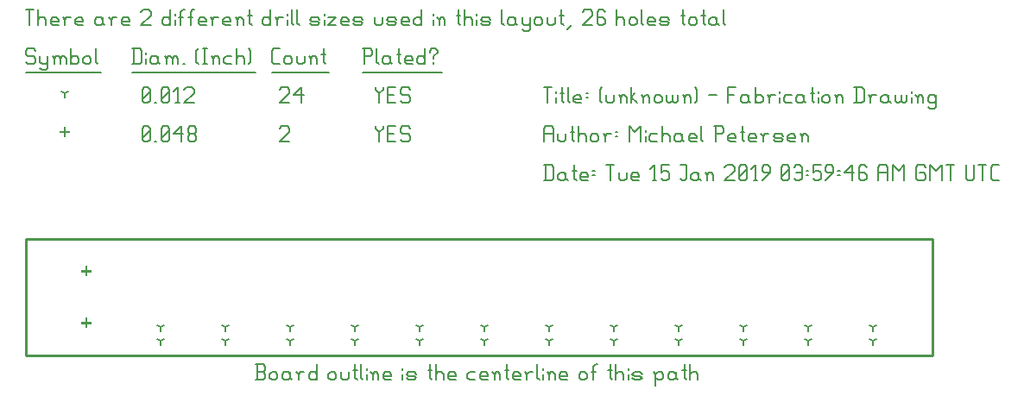
<source format=gbr>
G04 start of page 12 for group -3984 idx -3984 *
G04 Title: (unknown), fab *
G04 Creator: pcb 20140316 *
G04 CreationDate: Tue 15 Jan 2019 03:59:46 AM GMT UTC *
G04 For: railfan *
G04 Format: Gerber/RS-274X *
G04 PCB-Dimensions (mil): 3500.00 450.00 *
G04 PCB-Coordinate-Origin: lower left *
%MOIN*%
%FSLAX25Y25*%
%LNFAB*%
%ADD43C,0.0100*%
%ADD42C,0.0060*%
%ADD41R,0.0080X0.0080*%
G54D41*X23500Y34100D02*Y30900D01*
X21900Y32500D02*X25100D01*
X23500Y14100D02*Y10900D01*
X21900Y12500D02*X25100D01*
X15000Y87850D02*Y84650D01*
X13400Y86250D02*X16600D01*
G54D42*X135000Y88500D02*Y87750D01*
X136500Y86250D01*
X138000Y87750D01*
Y88500D02*Y87750D01*
X136500Y86250D02*Y82500D01*
X139800Y85500D02*X142050D01*
X139800Y82500D02*X142800D01*
X139800Y88500D02*Y82500D01*
Y88500D02*X142800D01*
X147600D02*X148350Y87750D01*
X145350Y88500D02*X147600D01*
X144600Y87750D02*X145350Y88500D01*
X144600Y87750D02*Y86250D01*
X145350Y85500D01*
X147600D01*
X148350Y84750D01*
Y83250D01*
X147600Y82500D02*X148350Y83250D01*
X145350Y82500D02*X147600D01*
X144600Y83250D02*X145350Y82500D01*
X98000Y87750D02*X98750Y88500D01*
X101000D01*
X101750Y87750D01*
Y86250D01*
X98000Y82500D02*X101750Y86250D01*
X98000Y82500D02*X101750D01*
X45000Y83250D02*X45750Y82500D01*
X45000Y87750D02*Y83250D01*
Y87750D02*X45750Y88500D01*
X47250D01*
X48000Y87750D01*
Y83250D01*
X47250Y82500D02*X48000Y83250D01*
X45750Y82500D02*X47250D01*
X45000Y84000D02*X48000Y87000D01*
X49800Y82500D02*X50550D01*
X52350Y83250D02*X53100Y82500D01*
X52350Y87750D02*Y83250D01*
Y87750D02*X53100Y88500D01*
X54600D01*
X55350Y87750D01*
Y83250D01*
X54600Y82500D02*X55350Y83250D01*
X53100Y82500D02*X54600D01*
X52350Y84000D02*X55350Y87000D01*
X57150Y85500D02*X60150Y88500D01*
X57150Y85500D02*X60900D01*
X60150Y88500D02*Y82500D01*
X62700Y83250D02*X63450Y82500D01*
X62700Y84750D02*Y83250D01*
Y84750D02*X63450Y85500D01*
X64950D01*
X65700Y84750D01*
Y83250D01*
X64950Y82500D02*X65700Y83250D01*
X63450Y82500D02*X64950D01*
X62700Y86250D02*X63450Y85500D01*
X62700Y87750D02*Y86250D01*
Y87750D02*X63450Y88500D01*
X64950D01*
X65700Y87750D01*
Y86250D01*
X64950Y85500D02*X65700Y86250D01*
X52000Y11000D02*Y9400D01*
Y11000D02*X53387Y11800D01*
X52000Y11000D02*X50613Y11800D01*
X52000Y5500D02*Y3900D01*
Y5500D02*X53387Y6300D01*
X52000Y5500D02*X50613Y6300D01*
X77000Y11000D02*Y9400D01*
Y11000D02*X78387Y11800D01*
X77000Y11000D02*X75613Y11800D01*
X77000Y5500D02*Y3900D01*
Y5500D02*X78387Y6300D01*
X77000Y5500D02*X75613Y6300D01*
X102000Y11000D02*Y9400D01*
Y11000D02*X103387Y11800D01*
X102000Y11000D02*X100613Y11800D01*
X102000Y5500D02*Y3900D01*
Y5500D02*X103387Y6300D01*
X102000Y5500D02*X100613Y6300D01*
X127000Y11000D02*Y9400D01*
Y11000D02*X128387Y11800D01*
X127000Y11000D02*X125613Y11800D01*
X127000Y5500D02*Y3900D01*
Y5500D02*X128387Y6300D01*
X127000Y5500D02*X125613Y6300D01*
X152000Y11000D02*Y9400D01*
Y11000D02*X153387Y11800D01*
X152000Y11000D02*X150613Y11800D01*
X152000Y5500D02*Y3900D01*
Y5500D02*X153387Y6300D01*
X152000Y5500D02*X150613Y6300D01*
X177000Y11000D02*Y9400D01*
Y11000D02*X178387Y11800D01*
X177000Y11000D02*X175613Y11800D01*
X177000Y5500D02*Y3900D01*
Y5500D02*X178387Y6300D01*
X177000Y5500D02*X175613Y6300D01*
X202000Y11000D02*Y9400D01*
Y11000D02*X203387Y11800D01*
X202000Y11000D02*X200613Y11800D01*
X202000Y5500D02*Y3900D01*
Y5500D02*X203387Y6300D01*
X202000Y5500D02*X200613Y6300D01*
X227000Y11000D02*Y9400D01*
Y11000D02*X228387Y11800D01*
X227000Y11000D02*X225613Y11800D01*
X227000Y5500D02*Y3900D01*
Y5500D02*X228387Y6300D01*
X227000Y5500D02*X225613Y6300D01*
X252000Y11000D02*Y9400D01*
Y11000D02*X253387Y11800D01*
X252000Y11000D02*X250613Y11800D01*
X252000Y5500D02*Y3900D01*
Y5500D02*X253387Y6300D01*
X252000Y5500D02*X250613Y6300D01*
X277000Y11000D02*Y9400D01*
Y11000D02*X278387Y11800D01*
X277000Y11000D02*X275613Y11800D01*
X277000Y5500D02*Y3900D01*
Y5500D02*X278387Y6300D01*
X277000Y5500D02*X275613Y6300D01*
X302000Y11000D02*Y9400D01*
Y11000D02*X303387Y11800D01*
X302000Y11000D02*X300613Y11800D01*
X302000Y5500D02*Y3900D01*
Y5500D02*X303387Y6300D01*
X302000Y5500D02*X300613Y6300D01*
X327000Y11000D02*Y9400D01*
Y11000D02*X328387Y11800D01*
X327000Y11000D02*X325613Y11800D01*
X327000Y5500D02*Y3900D01*
Y5500D02*X328387Y6300D01*
X327000Y5500D02*X325613Y6300D01*
X15000Y101250D02*Y99650D01*
Y101250D02*X16387Y102050D01*
X15000Y101250D02*X13613Y102050D01*
X135000Y103500D02*Y102750D01*
X136500Y101250D01*
X138000Y102750D01*
Y103500D02*Y102750D01*
X136500Y101250D02*Y97500D01*
X139800Y100500D02*X142050D01*
X139800Y97500D02*X142800D01*
X139800Y103500D02*Y97500D01*
Y103500D02*X142800D01*
X147600D02*X148350Y102750D01*
X145350Y103500D02*X147600D01*
X144600Y102750D02*X145350Y103500D01*
X144600Y102750D02*Y101250D01*
X145350Y100500D01*
X147600D01*
X148350Y99750D01*
Y98250D01*
X147600Y97500D02*X148350Y98250D01*
X145350Y97500D02*X147600D01*
X144600Y98250D02*X145350Y97500D01*
X98000Y102750D02*X98750Y103500D01*
X101000D01*
X101750Y102750D01*
Y101250D01*
X98000Y97500D02*X101750Y101250D01*
X98000Y97500D02*X101750D01*
X103550Y100500D02*X106550Y103500D01*
X103550Y100500D02*X107300D01*
X106550Y103500D02*Y97500D01*
X45000Y98250D02*X45750Y97500D01*
X45000Y102750D02*Y98250D01*
Y102750D02*X45750Y103500D01*
X47250D01*
X48000Y102750D01*
Y98250D01*
X47250Y97500D02*X48000Y98250D01*
X45750Y97500D02*X47250D01*
X45000Y99000D02*X48000Y102000D01*
X49800Y97500D02*X50550D01*
X52350Y98250D02*X53100Y97500D01*
X52350Y102750D02*Y98250D01*
Y102750D02*X53100Y103500D01*
X54600D01*
X55350Y102750D01*
Y98250D01*
X54600Y97500D02*X55350Y98250D01*
X53100Y97500D02*X54600D01*
X52350Y99000D02*X55350Y102000D01*
X57900Y97500D02*X59400D01*
X58650Y103500D02*Y97500D01*
X57150Y102000D02*X58650Y103500D01*
X61200Y102750D02*X61950Y103500D01*
X64200D01*
X64950Y102750D01*
Y101250D01*
X61200Y97500D02*X64950Y101250D01*
X61200Y97500D02*X64950D01*
X3000Y118500D02*X3750Y117750D01*
X750Y118500D02*X3000D01*
X0Y117750D02*X750Y118500D01*
X0Y117750D02*Y116250D01*
X750Y115500D01*
X3000D01*
X3750Y114750D01*
Y113250D01*
X3000Y112500D02*X3750Y113250D01*
X750Y112500D02*X3000D01*
X0Y113250D02*X750Y112500D01*
X5550Y115500D02*Y113250D01*
X6300Y112500D01*
X8550Y115500D02*Y111000D01*
X7800Y110250D02*X8550Y111000D01*
X6300Y110250D02*X7800D01*
X5550Y111000D02*X6300Y110250D01*
Y112500D02*X7800D01*
X8550Y113250D01*
X11100Y114750D02*Y112500D01*
Y114750D02*X11850Y115500D01*
X12600D01*
X13350Y114750D01*
Y112500D01*
Y114750D02*X14100Y115500D01*
X14850D01*
X15600Y114750D01*
Y112500D01*
X10350Y115500D02*X11100Y114750D01*
X17400Y118500D02*Y112500D01*
Y113250D02*X18150Y112500D01*
X19650D01*
X20400Y113250D01*
Y114750D02*Y113250D01*
X19650Y115500D02*X20400Y114750D01*
X18150Y115500D02*X19650D01*
X17400Y114750D02*X18150Y115500D01*
X22200Y114750D02*Y113250D01*
Y114750D02*X22950Y115500D01*
X24450D01*
X25200Y114750D01*
Y113250D01*
X24450Y112500D02*X25200Y113250D01*
X22950Y112500D02*X24450D01*
X22200Y113250D02*X22950Y112500D01*
X27000Y118500D02*Y113250D01*
X27750Y112500D01*
X0Y109250D02*X29250D01*
X41750Y118500D02*Y112500D01*
X44000Y118500D02*X44750Y117750D01*
Y113250D01*
X44000Y112500D02*X44750Y113250D01*
X41000Y112500D02*X44000D01*
X41000Y118500D02*X44000D01*
X46550Y117000D02*Y116250D01*
Y114750D02*Y112500D01*
X50300Y115500D02*X51050Y114750D01*
X48800Y115500D02*X50300D01*
X48050Y114750D02*X48800Y115500D01*
X48050Y114750D02*Y113250D01*
X48800Y112500D01*
X51050Y115500D02*Y113250D01*
X51800Y112500D01*
X48800D02*X50300D01*
X51050Y113250D01*
X54350Y114750D02*Y112500D01*
Y114750D02*X55100Y115500D01*
X55850D01*
X56600Y114750D01*
Y112500D01*
Y114750D02*X57350Y115500D01*
X58100D01*
X58850Y114750D01*
Y112500D01*
X53600Y115500D02*X54350Y114750D01*
X60650Y112500D02*X61400D01*
X65900Y113250D02*X66650Y112500D01*
X65900Y117750D02*X66650Y118500D01*
X65900Y117750D02*Y113250D01*
X68450Y118500D02*X69950D01*
X69200D02*Y112500D01*
X68450D02*X69950D01*
X72500Y114750D02*Y112500D01*
Y114750D02*X73250Y115500D01*
X74000D01*
X74750Y114750D01*
Y112500D01*
X71750Y115500D02*X72500Y114750D01*
X77300Y115500D02*X79550D01*
X76550Y114750D02*X77300Y115500D01*
X76550Y114750D02*Y113250D01*
X77300Y112500D01*
X79550D01*
X81350Y118500D02*Y112500D01*
Y114750D02*X82100Y115500D01*
X83600D01*
X84350Y114750D01*
Y112500D01*
X86150Y118500D02*X86900Y117750D01*
Y113250D01*
X86150Y112500D02*X86900Y113250D01*
X41000Y109250D02*X88700D01*
X95750Y112500D02*X98000D01*
X95000Y113250D02*X95750Y112500D01*
X95000Y117750D02*Y113250D01*
Y117750D02*X95750Y118500D01*
X98000D01*
X99800Y114750D02*Y113250D01*
Y114750D02*X100550Y115500D01*
X102050D01*
X102800Y114750D01*
Y113250D01*
X102050Y112500D02*X102800Y113250D01*
X100550Y112500D02*X102050D01*
X99800Y113250D02*X100550Y112500D01*
X104600Y115500D02*Y113250D01*
X105350Y112500D01*
X106850D01*
X107600Y113250D01*
Y115500D02*Y113250D01*
X110150Y114750D02*Y112500D01*
Y114750D02*X110900Y115500D01*
X111650D01*
X112400Y114750D01*
Y112500D01*
X109400Y115500D02*X110150Y114750D01*
X114950Y118500D02*Y113250D01*
X115700Y112500D01*
X114200Y116250D02*X115700D01*
X95000Y109250D02*X117200D01*
X130750Y118500D02*Y112500D01*
X130000Y118500D02*X133000D01*
X133750Y117750D01*
Y116250D01*
X133000Y115500D02*X133750Y116250D01*
X130750Y115500D02*X133000D01*
X135550Y118500D02*Y113250D01*
X136300Y112500D01*
X140050Y115500D02*X140800Y114750D01*
X138550Y115500D02*X140050D01*
X137800Y114750D02*X138550Y115500D01*
X137800Y114750D02*Y113250D01*
X138550Y112500D01*
X140800Y115500D02*Y113250D01*
X141550Y112500D01*
X138550D02*X140050D01*
X140800Y113250D01*
X144100Y118500D02*Y113250D01*
X144850Y112500D01*
X143350Y116250D02*X144850D01*
X147100Y112500D02*X149350D01*
X146350Y113250D02*X147100Y112500D01*
X146350Y114750D02*Y113250D01*
Y114750D02*X147100Y115500D01*
X148600D01*
X149350Y114750D01*
X146350Y114000D02*X149350D01*
Y114750D02*Y114000D01*
X154150Y118500D02*Y112500D01*
X153400D02*X154150Y113250D01*
X151900Y112500D02*X153400D01*
X151150Y113250D02*X151900Y112500D01*
X151150Y114750D02*Y113250D01*
Y114750D02*X151900Y115500D01*
X153400D01*
X154150Y114750D01*
X157450Y115500D02*Y114750D01*
Y113250D02*Y112500D01*
X155950Y117750D02*Y117000D01*
Y117750D02*X156700Y118500D01*
X158200D01*
X158950Y117750D01*
Y117000D01*
X157450Y115500D02*X158950Y117000D01*
X130000Y109250D02*X160750D01*
X0Y133500D02*X3000D01*
X1500D02*Y127500D01*
X4800Y133500D02*Y127500D01*
Y129750D02*X5550Y130500D01*
X7050D01*
X7800Y129750D01*
Y127500D01*
X10350D02*X12600D01*
X9600Y128250D02*X10350Y127500D01*
X9600Y129750D02*Y128250D01*
Y129750D02*X10350Y130500D01*
X11850D01*
X12600Y129750D01*
X9600Y129000D02*X12600D01*
Y129750D02*Y129000D01*
X15150Y129750D02*Y127500D01*
Y129750D02*X15900Y130500D01*
X17400D01*
X14400D02*X15150Y129750D01*
X19950Y127500D02*X22200D01*
X19200Y128250D02*X19950Y127500D01*
X19200Y129750D02*Y128250D01*
Y129750D02*X19950Y130500D01*
X21450D01*
X22200Y129750D01*
X19200Y129000D02*X22200D01*
Y129750D02*Y129000D01*
X28950Y130500D02*X29700Y129750D01*
X27450Y130500D02*X28950D01*
X26700Y129750D02*X27450Y130500D01*
X26700Y129750D02*Y128250D01*
X27450Y127500D01*
X29700Y130500D02*Y128250D01*
X30450Y127500D01*
X27450D02*X28950D01*
X29700Y128250D01*
X33000Y129750D02*Y127500D01*
Y129750D02*X33750Y130500D01*
X35250D01*
X32250D02*X33000Y129750D01*
X37800Y127500D02*X40050D01*
X37050Y128250D02*X37800Y127500D01*
X37050Y129750D02*Y128250D01*
Y129750D02*X37800Y130500D01*
X39300D01*
X40050Y129750D01*
X37050Y129000D02*X40050D01*
Y129750D02*Y129000D01*
X44550Y132750D02*X45300Y133500D01*
X47550D01*
X48300Y132750D01*
Y131250D01*
X44550Y127500D02*X48300Y131250D01*
X44550Y127500D02*X48300D01*
X55800Y133500D02*Y127500D01*
X55050D02*X55800Y128250D01*
X53550Y127500D02*X55050D01*
X52800Y128250D02*X53550Y127500D01*
X52800Y129750D02*Y128250D01*
Y129750D02*X53550Y130500D01*
X55050D01*
X55800Y129750D01*
X57600Y132000D02*Y131250D01*
Y129750D02*Y127500D01*
X59850Y132750D02*Y127500D01*
Y132750D02*X60600Y133500D01*
X61350D01*
X59100Y130500D02*X60600D01*
X63600Y132750D02*Y127500D01*
Y132750D02*X64350Y133500D01*
X65100D01*
X62850Y130500D02*X64350D01*
X67350Y127500D02*X69600D01*
X66600Y128250D02*X67350Y127500D01*
X66600Y129750D02*Y128250D01*
Y129750D02*X67350Y130500D01*
X68850D01*
X69600Y129750D01*
X66600Y129000D02*X69600D01*
Y129750D02*Y129000D01*
X72150Y129750D02*Y127500D01*
Y129750D02*X72900Y130500D01*
X74400D01*
X71400D02*X72150Y129750D01*
X76950Y127500D02*X79200D01*
X76200Y128250D02*X76950Y127500D01*
X76200Y129750D02*Y128250D01*
Y129750D02*X76950Y130500D01*
X78450D01*
X79200Y129750D01*
X76200Y129000D02*X79200D01*
Y129750D02*Y129000D01*
X81750Y129750D02*Y127500D01*
Y129750D02*X82500Y130500D01*
X83250D01*
X84000Y129750D01*
Y127500D01*
X81000Y130500D02*X81750Y129750D01*
X86550Y133500D02*Y128250D01*
X87300Y127500D01*
X85800Y131250D02*X87300D01*
X94500Y133500D02*Y127500D01*
X93750D02*X94500Y128250D01*
X92250Y127500D02*X93750D01*
X91500Y128250D02*X92250Y127500D01*
X91500Y129750D02*Y128250D01*
Y129750D02*X92250Y130500D01*
X93750D01*
X94500Y129750D01*
X97050D02*Y127500D01*
Y129750D02*X97800Y130500D01*
X99300D01*
X96300D02*X97050Y129750D01*
X101100Y132000D02*Y131250D01*
Y129750D02*Y127500D01*
X102600Y133500D02*Y128250D01*
X103350Y127500D01*
X104850Y133500D02*Y128250D01*
X105600Y127500D01*
X110550D02*X112800D01*
X113550Y128250D01*
X112800Y129000D02*X113550Y128250D01*
X110550Y129000D02*X112800D01*
X109800Y129750D02*X110550Y129000D01*
X109800Y129750D02*X110550Y130500D01*
X112800D01*
X113550Y129750D01*
X109800Y128250D02*X110550Y127500D01*
X115350Y132000D02*Y131250D01*
Y129750D02*Y127500D01*
X116850Y130500D02*X119850D01*
X116850Y127500D02*X119850Y130500D01*
X116850Y127500D02*X119850D01*
X122400D02*X124650D01*
X121650Y128250D02*X122400Y127500D01*
X121650Y129750D02*Y128250D01*
Y129750D02*X122400Y130500D01*
X123900D01*
X124650Y129750D01*
X121650Y129000D02*X124650D01*
Y129750D02*Y129000D01*
X127200Y127500D02*X129450D01*
X130200Y128250D01*
X129450Y129000D02*X130200Y128250D01*
X127200Y129000D02*X129450D01*
X126450Y129750D02*X127200Y129000D01*
X126450Y129750D02*X127200Y130500D01*
X129450D01*
X130200Y129750D01*
X126450Y128250D02*X127200Y127500D01*
X134700Y130500D02*Y128250D01*
X135450Y127500D01*
X136950D01*
X137700Y128250D01*
Y130500D02*Y128250D01*
X140250Y127500D02*X142500D01*
X143250Y128250D01*
X142500Y129000D02*X143250Y128250D01*
X140250Y129000D02*X142500D01*
X139500Y129750D02*X140250Y129000D01*
X139500Y129750D02*X140250Y130500D01*
X142500D01*
X143250Y129750D01*
X139500Y128250D02*X140250Y127500D01*
X145800D02*X148050D01*
X145050Y128250D02*X145800Y127500D01*
X145050Y129750D02*Y128250D01*
Y129750D02*X145800Y130500D01*
X147300D01*
X148050Y129750D01*
X145050Y129000D02*X148050D01*
Y129750D02*Y129000D01*
X152850Y133500D02*Y127500D01*
X152100D02*X152850Y128250D01*
X150600Y127500D02*X152100D01*
X149850Y128250D02*X150600Y127500D01*
X149850Y129750D02*Y128250D01*
Y129750D02*X150600Y130500D01*
X152100D01*
X152850Y129750D01*
X157350Y132000D02*Y131250D01*
Y129750D02*Y127500D01*
X159600Y129750D02*Y127500D01*
Y129750D02*X160350Y130500D01*
X161100D01*
X161850Y129750D01*
Y127500D01*
X158850Y130500D02*X159600Y129750D01*
X167100Y133500D02*Y128250D01*
X167850Y127500D01*
X166350Y131250D02*X167850D01*
X169350Y133500D02*Y127500D01*
Y129750D02*X170100Y130500D01*
X171600D01*
X172350Y129750D01*
Y127500D01*
X174150Y132000D02*Y131250D01*
Y129750D02*Y127500D01*
X176400D02*X178650D01*
X179400Y128250D01*
X178650Y129000D02*X179400Y128250D01*
X176400Y129000D02*X178650D01*
X175650Y129750D02*X176400Y129000D01*
X175650Y129750D02*X176400Y130500D01*
X178650D01*
X179400Y129750D01*
X175650Y128250D02*X176400Y127500D01*
X183900Y133500D02*Y128250D01*
X184650Y127500D01*
X188400Y130500D02*X189150Y129750D01*
X186900Y130500D02*X188400D01*
X186150Y129750D02*X186900Y130500D01*
X186150Y129750D02*Y128250D01*
X186900Y127500D01*
X189150Y130500D02*Y128250D01*
X189900Y127500D01*
X186900D02*X188400D01*
X189150Y128250D01*
X191700Y130500D02*Y128250D01*
X192450Y127500D01*
X194700Y130500D02*Y126000D01*
X193950Y125250D02*X194700Y126000D01*
X192450Y125250D02*X193950D01*
X191700Y126000D02*X192450Y125250D01*
Y127500D02*X193950D01*
X194700Y128250D01*
X196500Y129750D02*Y128250D01*
Y129750D02*X197250Y130500D01*
X198750D01*
X199500Y129750D01*
Y128250D01*
X198750Y127500D02*X199500Y128250D01*
X197250Y127500D02*X198750D01*
X196500Y128250D02*X197250Y127500D01*
X201300Y130500D02*Y128250D01*
X202050Y127500D01*
X203550D01*
X204300Y128250D01*
Y130500D02*Y128250D01*
X206850Y133500D02*Y128250D01*
X207600Y127500D01*
X206100Y131250D02*X207600D01*
X209100Y126000D02*X210600Y127500D01*
X215100Y132750D02*X215850Y133500D01*
X218100D01*
X218850Y132750D01*
Y131250D01*
X215100Y127500D02*X218850Y131250D01*
X215100Y127500D02*X218850D01*
X222900Y133500D02*X223650Y132750D01*
X221400Y133500D02*X222900D01*
X220650Y132750D02*X221400Y133500D01*
X220650Y132750D02*Y128250D01*
X221400Y127500D01*
X222900Y130500D02*X223650Y129750D01*
X220650Y130500D02*X222900D01*
X221400Y127500D02*X222900D01*
X223650Y128250D01*
Y129750D02*Y128250D01*
X228150Y133500D02*Y127500D01*
Y129750D02*X228900Y130500D01*
X230400D01*
X231150Y129750D01*
Y127500D01*
X232950Y129750D02*Y128250D01*
Y129750D02*X233700Y130500D01*
X235200D01*
X235950Y129750D01*
Y128250D01*
X235200Y127500D02*X235950Y128250D01*
X233700Y127500D02*X235200D01*
X232950Y128250D02*X233700Y127500D01*
X237750Y133500D02*Y128250D01*
X238500Y127500D01*
X240750D02*X243000D01*
X240000Y128250D02*X240750Y127500D01*
X240000Y129750D02*Y128250D01*
Y129750D02*X240750Y130500D01*
X242250D01*
X243000Y129750D01*
X240000Y129000D02*X243000D01*
Y129750D02*Y129000D01*
X245550Y127500D02*X247800D01*
X248550Y128250D01*
X247800Y129000D02*X248550Y128250D01*
X245550Y129000D02*X247800D01*
X244800Y129750D02*X245550Y129000D01*
X244800Y129750D02*X245550Y130500D01*
X247800D01*
X248550Y129750D01*
X244800Y128250D02*X245550Y127500D01*
X253800Y133500D02*Y128250D01*
X254550Y127500D01*
X253050Y131250D02*X254550D01*
X256050Y129750D02*Y128250D01*
Y129750D02*X256800Y130500D01*
X258300D01*
X259050Y129750D01*
Y128250D01*
X258300Y127500D02*X259050Y128250D01*
X256800Y127500D02*X258300D01*
X256050Y128250D02*X256800Y127500D01*
X261600Y133500D02*Y128250D01*
X262350Y127500D01*
X260850Y131250D02*X262350D01*
X266100Y130500D02*X266850Y129750D01*
X264600Y130500D02*X266100D01*
X263850Y129750D02*X264600Y130500D01*
X263850Y129750D02*Y128250D01*
X264600Y127500D01*
X266850Y130500D02*Y128250D01*
X267600Y127500D01*
X264600D02*X266100D01*
X266850Y128250D01*
X269400Y133500D02*Y128250D01*
X270150Y127500D01*
G54D43*X0Y0D02*X350000D01*
Y45000D01*
X0D01*
Y0D01*
G54D42*X88675Y-9500D02*X91675D01*
X92425Y-8750D01*
Y-7250D02*Y-8750D01*
X91675Y-6500D02*X92425Y-7250D01*
X89425Y-6500D02*X91675D01*
X89425Y-3500D02*Y-9500D01*
X88675Y-3500D02*X91675D01*
X92425Y-4250D01*
Y-5750D01*
X91675Y-6500D02*X92425Y-5750D01*
X94225Y-7250D02*Y-8750D01*
Y-7250D02*X94975Y-6500D01*
X96475D01*
X97225Y-7250D01*
Y-8750D01*
X96475Y-9500D02*X97225Y-8750D01*
X94975Y-9500D02*X96475D01*
X94225Y-8750D02*X94975Y-9500D01*
X101275Y-6500D02*X102025Y-7250D01*
X99775Y-6500D02*X101275D01*
X99025Y-7250D02*X99775Y-6500D01*
X99025Y-7250D02*Y-8750D01*
X99775Y-9500D01*
X102025Y-6500D02*Y-8750D01*
X102775Y-9500D01*
X99775D02*X101275D01*
X102025Y-8750D01*
X105325Y-7250D02*Y-9500D01*
Y-7250D02*X106075Y-6500D01*
X107575D01*
X104575D02*X105325Y-7250D01*
X112375Y-3500D02*Y-9500D01*
X111625D02*X112375Y-8750D01*
X110125Y-9500D02*X111625D01*
X109375Y-8750D02*X110125Y-9500D01*
X109375Y-7250D02*Y-8750D01*
Y-7250D02*X110125Y-6500D01*
X111625D01*
X112375Y-7250D01*
X116875D02*Y-8750D01*
Y-7250D02*X117625Y-6500D01*
X119125D01*
X119875Y-7250D01*
Y-8750D01*
X119125Y-9500D02*X119875Y-8750D01*
X117625Y-9500D02*X119125D01*
X116875Y-8750D02*X117625Y-9500D01*
X121675Y-6500D02*Y-8750D01*
X122425Y-9500D01*
X123925D01*
X124675Y-8750D01*
Y-6500D02*Y-8750D01*
X127225Y-3500D02*Y-8750D01*
X127975Y-9500D01*
X126475Y-5750D02*X127975D01*
X129475Y-3500D02*Y-8750D01*
X130225Y-9500D01*
X131725Y-5000D02*Y-5750D01*
Y-7250D02*Y-9500D01*
X133975Y-7250D02*Y-9500D01*
Y-7250D02*X134725Y-6500D01*
X135475D01*
X136225Y-7250D01*
Y-9500D01*
X133225Y-6500D02*X133975Y-7250D01*
X138775Y-9500D02*X141025D01*
X138025Y-8750D02*X138775Y-9500D01*
X138025Y-7250D02*Y-8750D01*
Y-7250D02*X138775Y-6500D01*
X140275D01*
X141025Y-7250D01*
X138025Y-8000D02*X141025D01*
Y-7250D02*Y-8000D01*
X145525Y-5000D02*Y-5750D01*
Y-7250D02*Y-9500D01*
X147775D02*X150025D01*
X150775Y-8750D01*
X150025Y-8000D02*X150775Y-8750D01*
X147775Y-8000D02*X150025D01*
X147025Y-7250D02*X147775Y-8000D01*
X147025Y-7250D02*X147775Y-6500D01*
X150025D01*
X150775Y-7250D01*
X147025Y-8750D02*X147775Y-9500D01*
X156025Y-3500D02*Y-8750D01*
X156775Y-9500D01*
X155275Y-5750D02*X156775D01*
X158275Y-3500D02*Y-9500D01*
Y-7250D02*X159025Y-6500D01*
X160525D01*
X161275Y-7250D01*
Y-9500D01*
X163825D02*X166075D01*
X163075Y-8750D02*X163825Y-9500D01*
X163075Y-7250D02*Y-8750D01*
Y-7250D02*X163825Y-6500D01*
X165325D01*
X166075Y-7250D01*
X163075Y-8000D02*X166075D01*
Y-7250D02*Y-8000D01*
X171325Y-6500D02*X173575D01*
X170575Y-7250D02*X171325Y-6500D01*
X170575Y-7250D02*Y-8750D01*
X171325Y-9500D01*
X173575D01*
X176125D02*X178375D01*
X175375Y-8750D02*X176125Y-9500D01*
X175375Y-7250D02*Y-8750D01*
Y-7250D02*X176125Y-6500D01*
X177625D01*
X178375Y-7250D01*
X175375Y-8000D02*X178375D01*
Y-7250D02*Y-8000D01*
X180925Y-7250D02*Y-9500D01*
Y-7250D02*X181675Y-6500D01*
X182425D01*
X183175Y-7250D01*
Y-9500D01*
X180175Y-6500D02*X180925Y-7250D01*
X185725Y-3500D02*Y-8750D01*
X186475Y-9500D01*
X184975Y-5750D02*X186475D01*
X188725Y-9500D02*X190975D01*
X187975Y-8750D02*X188725Y-9500D01*
X187975Y-7250D02*Y-8750D01*
Y-7250D02*X188725Y-6500D01*
X190225D01*
X190975Y-7250D01*
X187975Y-8000D02*X190975D01*
Y-7250D02*Y-8000D01*
X193525Y-7250D02*Y-9500D01*
Y-7250D02*X194275Y-6500D01*
X195775D01*
X192775D02*X193525Y-7250D01*
X197575Y-3500D02*Y-8750D01*
X198325Y-9500D01*
X199825Y-5000D02*Y-5750D01*
Y-7250D02*Y-9500D01*
X202075Y-7250D02*Y-9500D01*
Y-7250D02*X202825Y-6500D01*
X203575D01*
X204325Y-7250D01*
Y-9500D01*
X201325Y-6500D02*X202075Y-7250D01*
X206875Y-9500D02*X209125D01*
X206125Y-8750D02*X206875Y-9500D01*
X206125Y-7250D02*Y-8750D01*
Y-7250D02*X206875Y-6500D01*
X208375D01*
X209125Y-7250D01*
X206125Y-8000D02*X209125D01*
Y-7250D02*Y-8000D01*
X213625Y-7250D02*Y-8750D01*
Y-7250D02*X214375Y-6500D01*
X215875D01*
X216625Y-7250D01*
Y-8750D01*
X215875Y-9500D02*X216625Y-8750D01*
X214375Y-9500D02*X215875D01*
X213625Y-8750D02*X214375Y-9500D01*
X219175Y-4250D02*Y-9500D01*
Y-4250D02*X219925Y-3500D01*
X220675D01*
X218425Y-6500D02*X219925D01*
X225625Y-3500D02*Y-8750D01*
X226375Y-9500D01*
X224875Y-5750D02*X226375D01*
X227875Y-3500D02*Y-9500D01*
Y-7250D02*X228625Y-6500D01*
X230125D01*
X230875Y-7250D01*
Y-9500D01*
X232675Y-5000D02*Y-5750D01*
Y-7250D02*Y-9500D01*
X234925D02*X237175D01*
X237925Y-8750D01*
X237175Y-8000D02*X237925Y-8750D01*
X234925Y-8000D02*X237175D01*
X234175Y-7250D02*X234925Y-8000D01*
X234175Y-7250D02*X234925Y-6500D01*
X237175D01*
X237925Y-7250D01*
X234175Y-8750D02*X234925Y-9500D01*
X243175Y-7250D02*Y-11750D01*
X242425Y-6500D02*X243175Y-7250D01*
X243925Y-6500D01*
X245425D01*
X246175Y-7250D01*
Y-8750D01*
X245425Y-9500D02*X246175Y-8750D01*
X243925Y-9500D02*X245425D01*
X243175Y-8750D02*X243925Y-9500D01*
X250225Y-6500D02*X250975Y-7250D01*
X248725Y-6500D02*X250225D01*
X247975Y-7250D02*X248725Y-6500D01*
X247975Y-7250D02*Y-8750D01*
X248725Y-9500D01*
X250975Y-6500D02*Y-8750D01*
X251725Y-9500D01*
X248725D02*X250225D01*
X250975Y-8750D01*
X254275Y-3500D02*Y-8750D01*
X255025Y-9500D01*
X253525Y-5750D02*X255025D01*
X256525Y-3500D02*Y-9500D01*
Y-7250D02*X257275Y-6500D01*
X258775D01*
X259525Y-7250D01*
Y-9500D01*
X200750Y73500D02*Y67500D01*
X203000Y73500D02*X203750Y72750D01*
Y68250D01*
X203000Y67500D02*X203750Y68250D01*
X200000Y67500D02*X203000D01*
X200000Y73500D02*X203000D01*
X207800Y70500D02*X208550Y69750D01*
X206300Y70500D02*X207800D01*
X205550Y69750D02*X206300Y70500D01*
X205550Y69750D02*Y68250D01*
X206300Y67500D01*
X208550Y70500D02*Y68250D01*
X209300Y67500D01*
X206300D02*X207800D01*
X208550Y68250D01*
X211850Y73500D02*Y68250D01*
X212600Y67500D01*
X211100Y71250D02*X212600D01*
X214850Y67500D02*X217100D01*
X214100Y68250D02*X214850Y67500D01*
X214100Y69750D02*Y68250D01*
Y69750D02*X214850Y70500D01*
X216350D01*
X217100Y69750D01*
X214100Y69000D02*X217100D01*
Y69750D02*Y69000D01*
X218900Y71250D02*X219650D01*
X218900Y69750D02*X219650D01*
X224150Y73500D02*X227150D01*
X225650D02*Y67500D01*
X228950Y70500D02*Y68250D01*
X229700Y67500D01*
X231200D01*
X231950Y68250D01*
Y70500D02*Y68250D01*
X234500Y67500D02*X236750D01*
X233750Y68250D02*X234500Y67500D01*
X233750Y69750D02*Y68250D01*
Y69750D02*X234500Y70500D01*
X236000D01*
X236750Y69750D01*
X233750Y69000D02*X236750D01*
Y69750D02*Y69000D01*
X242000Y67500D02*X243500D01*
X242750Y73500D02*Y67500D01*
X241250Y72000D02*X242750Y73500D01*
X245300D02*X248300D01*
X245300D02*Y70500D01*
X246050Y71250D01*
X247550D01*
X248300Y70500D01*
Y68250D01*
X247550Y67500D02*X248300Y68250D01*
X246050Y67500D02*X247550D01*
X245300Y68250D02*X246050Y67500D01*
X252800Y73500D02*X255050D01*
Y68250D01*
X254300Y67500D02*X255050Y68250D01*
X253550Y67500D02*X254300D01*
X252800Y68250D02*X253550Y67500D01*
X259100Y70500D02*X259850Y69750D01*
X257600Y70500D02*X259100D01*
X256850Y69750D02*X257600Y70500D01*
X256850Y69750D02*Y68250D01*
X257600Y67500D01*
X259850Y70500D02*Y68250D01*
X260600Y67500D01*
X257600D02*X259100D01*
X259850Y68250D01*
X263150Y69750D02*Y67500D01*
Y69750D02*X263900Y70500D01*
X264650D01*
X265400Y69750D01*
Y67500D01*
X262400Y70500D02*X263150Y69750D01*
X269900Y72750D02*X270650Y73500D01*
X272900D01*
X273650Y72750D01*
Y71250D01*
X269900Y67500D02*X273650Y71250D01*
X269900Y67500D02*X273650D01*
X275450Y68250D02*X276200Y67500D01*
X275450Y72750D02*Y68250D01*
Y72750D02*X276200Y73500D01*
X277700D01*
X278450Y72750D01*
Y68250D01*
X277700Y67500D02*X278450Y68250D01*
X276200Y67500D02*X277700D01*
X275450Y69000D02*X278450Y72000D01*
X281000Y67500D02*X282500D01*
X281750Y73500D02*Y67500D01*
X280250Y72000D02*X281750Y73500D01*
X284300Y67500D02*X287300Y70500D01*
Y72750D02*Y70500D01*
X286550Y73500D02*X287300Y72750D01*
X285050Y73500D02*X286550D01*
X284300Y72750D02*X285050Y73500D01*
X284300Y72750D02*Y71250D01*
X285050Y70500D01*
X287300D01*
X291800Y68250D02*X292550Y67500D01*
X291800Y72750D02*Y68250D01*
Y72750D02*X292550Y73500D01*
X294050D01*
X294800Y72750D01*
Y68250D01*
X294050Y67500D02*X294800Y68250D01*
X292550Y67500D02*X294050D01*
X291800Y69000D02*X294800Y72000D01*
X296600Y72750D02*X297350Y73500D01*
X298850D01*
X299600Y72750D01*
Y68250D01*
X298850Y67500D02*X299600Y68250D01*
X297350Y67500D02*X298850D01*
X296600Y68250D02*X297350Y67500D01*
Y70500D02*X299600D01*
X301400Y71250D02*X302150D01*
X301400Y69750D02*X302150D01*
X303950Y73500D02*X306950D01*
X303950D02*Y70500D01*
X304700Y71250D01*
X306200D01*
X306950Y70500D01*
Y68250D01*
X306200Y67500D02*X306950Y68250D01*
X304700Y67500D02*X306200D01*
X303950Y68250D02*X304700Y67500D01*
X308750D02*X311750Y70500D01*
Y72750D02*Y70500D01*
X311000Y73500D02*X311750Y72750D01*
X309500Y73500D02*X311000D01*
X308750Y72750D02*X309500Y73500D01*
X308750Y72750D02*Y71250D01*
X309500Y70500D01*
X311750D01*
X313550Y71250D02*X314300D01*
X313550Y69750D02*X314300D01*
X316100Y70500D02*X319100Y73500D01*
X316100Y70500D02*X319850D01*
X319100Y73500D02*Y67500D01*
X323900Y73500D02*X324650Y72750D01*
X322400Y73500D02*X323900D01*
X321650Y72750D02*X322400Y73500D01*
X321650Y72750D02*Y68250D01*
X322400Y67500D01*
X323900Y70500D02*X324650Y69750D01*
X321650Y70500D02*X323900D01*
X322400Y67500D02*X323900D01*
X324650Y68250D01*
Y69750D02*Y68250D01*
X329150Y72750D02*Y67500D01*
Y72750D02*X329900Y73500D01*
X332150D01*
X332900Y72750D01*
Y67500D01*
X329150Y70500D02*X332900D01*
X334700Y73500D02*Y67500D01*
Y73500D02*X336950Y71250D01*
X339200Y73500D01*
Y67500D01*
X346700Y73500D02*X347450Y72750D01*
X344450Y73500D02*X346700D01*
X343700Y72750D02*X344450Y73500D01*
X343700Y72750D02*Y68250D01*
X344450Y67500D01*
X346700D01*
X347450Y68250D01*
Y69750D02*Y68250D01*
X346700Y70500D02*X347450Y69750D01*
X345200Y70500D02*X346700D01*
X349250Y73500D02*Y67500D01*
Y73500D02*X351500Y71250D01*
X353750Y73500D01*
Y67500D01*
X355550Y73500D02*X358550D01*
X357050D02*Y67500D01*
X363050Y73500D02*Y68250D01*
X363800Y67500D01*
X365300D01*
X366050Y68250D01*
Y73500D02*Y68250D01*
X367850Y73500D02*X370850D01*
X369350D02*Y67500D01*
X373400D02*X375650D01*
X372650Y68250D02*X373400Y67500D01*
X372650Y72750D02*Y68250D01*
Y72750D02*X373400Y73500D01*
X375650D01*
X200000Y87750D02*Y82500D01*
Y87750D02*X200750Y88500D01*
X203000D01*
X203750Y87750D01*
Y82500D01*
X200000Y85500D02*X203750D01*
X205550D02*Y83250D01*
X206300Y82500D01*
X207800D01*
X208550Y83250D01*
Y85500D02*Y83250D01*
X211100Y88500D02*Y83250D01*
X211850Y82500D01*
X210350Y86250D02*X211850D01*
X213350Y88500D02*Y82500D01*
Y84750D02*X214100Y85500D01*
X215600D01*
X216350Y84750D01*
Y82500D01*
X218150Y84750D02*Y83250D01*
Y84750D02*X218900Y85500D01*
X220400D01*
X221150Y84750D01*
Y83250D01*
X220400Y82500D02*X221150Y83250D01*
X218900Y82500D02*X220400D01*
X218150Y83250D02*X218900Y82500D01*
X223700Y84750D02*Y82500D01*
Y84750D02*X224450Y85500D01*
X225950D01*
X222950D02*X223700Y84750D01*
X227750Y86250D02*X228500D01*
X227750Y84750D02*X228500D01*
X233000Y88500D02*Y82500D01*
Y88500D02*X235250Y86250D01*
X237500Y88500D01*
Y82500D01*
X239300Y87000D02*Y86250D01*
Y84750D02*Y82500D01*
X241550Y85500D02*X243800D01*
X240800Y84750D02*X241550Y85500D01*
X240800Y84750D02*Y83250D01*
X241550Y82500D01*
X243800D01*
X245600Y88500D02*Y82500D01*
Y84750D02*X246350Y85500D01*
X247850D01*
X248600Y84750D01*
Y82500D01*
X252650Y85500D02*X253400Y84750D01*
X251150Y85500D02*X252650D01*
X250400Y84750D02*X251150Y85500D01*
X250400Y84750D02*Y83250D01*
X251150Y82500D01*
X253400Y85500D02*Y83250D01*
X254150Y82500D01*
X251150D02*X252650D01*
X253400Y83250D01*
X256700Y82500D02*X258950D01*
X255950Y83250D02*X256700Y82500D01*
X255950Y84750D02*Y83250D01*
Y84750D02*X256700Y85500D01*
X258200D01*
X258950Y84750D01*
X255950Y84000D02*X258950D01*
Y84750D02*Y84000D01*
X260750Y88500D02*Y83250D01*
X261500Y82500D01*
X266450Y88500D02*Y82500D01*
X265700Y88500D02*X268700D01*
X269450Y87750D01*
Y86250D01*
X268700Y85500D02*X269450Y86250D01*
X266450Y85500D02*X268700D01*
X272000Y82500D02*X274250D01*
X271250Y83250D02*X272000Y82500D01*
X271250Y84750D02*Y83250D01*
Y84750D02*X272000Y85500D01*
X273500D01*
X274250Y84750D01*
X271250Y84000D02*X274250D01*
Y84750D02*Y84000D01*
X276800Y88500D02*Y83250D01*
X277550Y82500D01*
X276050Y86250D02*X277550D01*
X279800Y82500D02*X282050D01*
X279050Y83250D02*X279800Y82500D01*
X279050Y84750D02*Y83250D01*
Y84750D02*X279800Y85500D01*
X281300D01*
X282050Y84750D01*
X279050Y84000D02*X282050D01*
Y84750D02*Y84000D01*
X284600Y84750D02*Y82500D01*
Y84750D02*X285350Y85500D01*
X286850D01*
X283850D02*X284600Y84750D01*
X289400Y82500D02*X291650D01*
X292400Y83250D01*
X291650Y84000D02*X292400Y83250D01*
X289400Y84000D02*X291650D01*
X288650Y84750D02*X289400Y84000D01*
X288650Y84750D02*X289400Y85500D01*
X291650D01*
X292400Y84750D01*
X288650Y83250D02*X289400Y82500D01*
X294950D02*X297200D01*
X294200Y83250D02*X294950Y82500D01*
X294200Y84750D02*Y83250D01*
Y84750D02*X294950Y85500D01*
X296450D01*
X297200Y84750D01*
X294200Y84000D02*X297200D01*
Y84750D02*Y84000D01*
X299750Y84750D02*Y82500D01*
Y84750D02*X300500Y85500D01*
X301250D01*
X302000Y84750D01*
Y82500D01*
X299000Y85500D02*X299750Y84750D01*
X200000Y103500D02*X203000D01*
X201500D02*Y97500D01*
X204800Y102000D02*Y101250D01*
Y99750D02*Y97500D01*
X207050Y103500D02*Y98250D01*
X207800Y97500D01*
X206300Y101250D02*X207800D01*
X209300Y103500D02*Y98250D01*
X210050Y97500D01*
X212300D02*X214550D01*
X211550Y98250D02*X212300Y97500D01*
X211550Y99750D02*Y98250D01*
Y99750D02*X212300Y100500D01*
X213800D01*
X214550Y99750D01*
X211550Y99000D02*X214550D01*
Y99750D02*Y99000D01*
X216350Y101250D02*X217100D01*
X216350Y99750D02*X217100D01*
X221600Y98250D02*X222350Y97500D01*
X221600Y102750D02*X222350Y103500D01*
X221600Y102750D02*Y98250D01*
X224150Y100500D02*Y98250D01*
X224900Y97500D01*
X226400D01*
X227150Y98250D01*
Y100500D02*Y98250D01*
X229700Y99750D02*Y97500D01*
Y99750D02*X230450Y100500D01*
X231200D01*
X231950Y99750D01*
Y97500D01*
X228950Y100500D02*X229700Y99750D01*
X233750Y103500D02*Y97500D01*
Y99750D02*X236000Y97500D01*
X233750Y99750D02*X235250Y101250D01*
X238550Y99750D02*Y97500D01*
Y99750D02*X239300Y100500D01*
X240050D01*
X240800Y99750D01*
Y97500D01*
X237800Y100500D02*X238550Y99750D01*
X242600D02*Y98250D01*
Y99750D02*X243350Y100500D01*
X244850D01*
X245600Y99750D01*
Y98250D01*
X244850Y97500D02*X245600Y98250D01*
X243350Y97500D02*X244850D01*
X242600Y98250D02*X243350Y97500D01*
X247400Y100500D02*Y98250D01*
X248150Y97500D01*
X248900D01*
X249650Y98250D01*
Y100500D02*Y98250D01*
X250400Y97500D01*
X251150D01*
X251900Y98250D01*
Y100500D02*Y98250D01*
X254450Y99750D02*Y97500D01*
Y99750D02*X255200Y100500D01*
X255950D01*
X256700Y99750D01*
Y97500D01*
X253700Y100500D02*X254450Y99750D01*
X258500Y103500D02*X259250Y102750D01*
Y98250D01*
X258500Y97500D02*X259250Y98250D01*
X263750Y100500D02*X266750D01*
X271250Y103500D02*Y97500D01*
Y103500D02*X274250D01*
X271250Y100500D02*X273500D01*
X278300D02*X279050Y99750D01*
X276800Y100500D02*X278300D01*
X276050Y99750D02*X276800Y100500D01*
X276050Y99750D02*Y98250D01*
X276800Y97500D01*
X279050Y100500D02*Y98250D01*
X279800Y97500D01*
X276800D02*X278300D01*
X279050Y98250D01*
X281600Y103500D02*Y97500D01*
Y98250D02*X282350Y97500D01*
X283850D01*
X284600Y98250D01*
Y99750D02*Y98250D01*
X283850Y100500D02*X284600Y99750D01*
X282350Y100500D02*X283850D01*
X281600Y99750D02*X282350Y100500D01*
X287150Y99750D02*Y97500D01*
Y99750D02*X287900Y100500D01*
X289400D01*
X286400D02*X287150Y99750D01*
X291200Y102000D02*Y101250D01*
Y99750D02*Y97500D01*
X293450Y100500D02*X295700D01*
X292700Y99750D02*X293450Y100500D01*
X292700Y99750D02*Y98250D01*
X293450Y97500D01*
X295700D01*
X299750Y100500D02*X300500Y99750D01*
X298250Y100500D02*X299750D01*
X297500Y99750D02*X298250Y100500D01*
X297500Y99750D02*Y98250D01*
X298250Y97500D01*
X300500Y100500D02*Y98250D01*
X301250Y97500D01*
X298250D02*X299750D01*
X300500Y98250D01*
X303800Y103500D02*Y98250D01*
X304550Y97500D01*
X303050Y101250D02*X304550D01*
X306050Y102000D02*Y101250D01*
Y99750D02*Y97500D01*
X307550Y99750D02*Y98250D01*
Y99750D02*X308300Y100500D01*
X309800D01*
X310550Y99750D01*
Y98250D01*
X309800Y97500D02*X310550Y98250D01*
X308300Y97500D02*X309800D01*
X307550Y98250D02*X308300Y97500D01*
X313100Y99750D02*Y97500D01*
Y99750D02*X313850Y100500D01*
X314600D01*
X315350Y99750D01*
Y97500D01*
X312350Y100500D02*X313100Y99750D01*
X320600Y103500D02*Y97500D01*
X322850Y103500D02*X323600Y102750D01*
Y98250D01*
X322850Y97500D02*X323600Y98250D01*
X319850Y97500D02*X322850D01*
X319850Y103500D02*X322850D01*
X326150Y99750D02*Y97500D01*
Y99750D02*X326900Y100500D01*
X328400D01*
X325400D02*X326150Y99750D01*
X332450Y100500D02*X333200Y99750D01*
X330950Y100500D02*X332450D01*
X330200Y99750D02*X330950Y100500D01*
X330200Y99750D02*Y98250D01*
X330950Y97500D01*
X333200Y100500D02*Y98250D01*
X333950Y97500D01*
X330950D02*X332450D01*
X333200Y98250D01*
X335750Y100500D02*Y98250D01*
X336500Y97500D01*
X337250D01*
X338000Y98250D01*
Y100500D02*Y98250D01*
X338750Y97500D01*
X339500D01*
X340250Y98250D01*
Y100500D02*Y98250D01*
X342050Y102000D02*Y101250D01*
Y99750D02*Y97500D01*
X344300Y99750D02*Y97500D01*
Y99750D02*X345050Y100500D01*
X345800D01*
X346550Y99750D01*
Y97500D01*
X343550Y100500D02*X344300Y99750D01*
X350600Y100500D02*X351350Y99750D01*
X349100Y100500D02*X350600D01*
X348350Y99750D02*X349100Y100500D01*
X348350Y99750D02*Y98250D01*
X349100Y97500D01*
X350600D01*
X351350Y98250D01*
X348350Y96000D02*X349100Y95250D01*
X350600D01*
X351350Y96000D01*
Y100500D02*Y96000D01*
M02*

</source>
